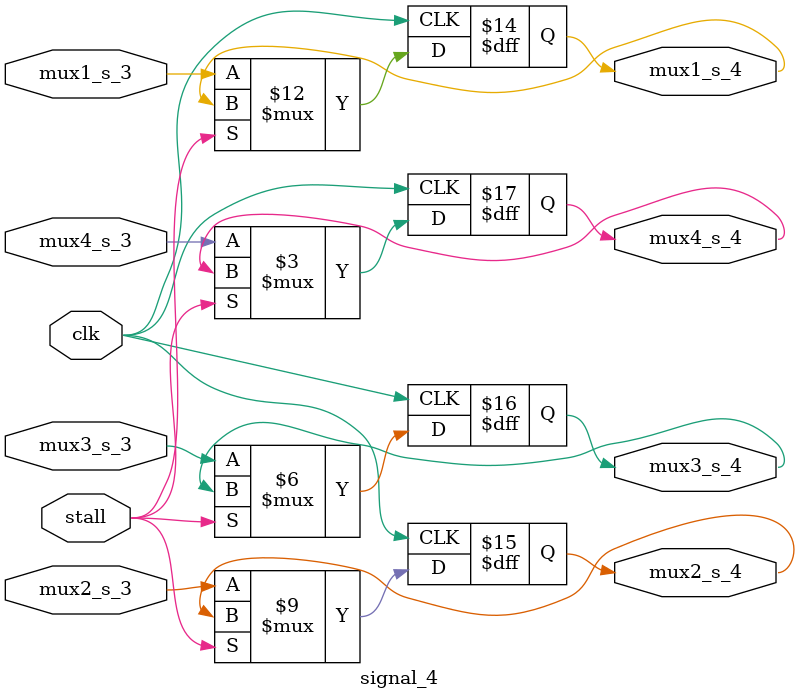
<source format=v>
`timescale 1ns / 1ps


module signal_4(
input clk,
input stall,
input mux1_s_3,mux2_s_3,mux3_s_3,mux4_s_3,
output reg mux1_s_4,mux2_s_4,mux3_s_4,mux4_s_4
    );
    always@(posedge clk)
    begin
        if(stall);
        else begin
            mux1_s_4 <= mux1_s_3;
            mux2_s_4 <= mux2_s_3;
            mux3_s_4 <= mux3_s_3;
            mux4_s_4 <= mux4_s_3;
        end
    end
    
endmodule

</source>
